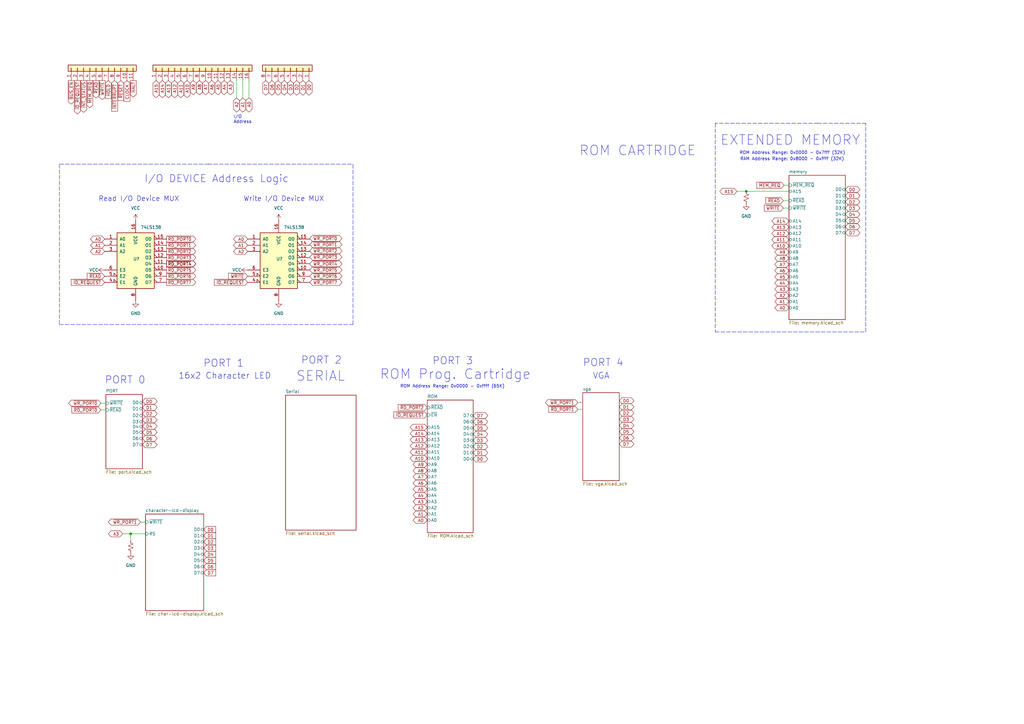
<source format=kicad_sch>
(kicad_sch (version 20211123) (generator eeschema)
  (paper "A3")
  (lib_symbols
    (symbol "74xx:74LS138" (pin_names (offset 1.016))
      (property "Reference" "U" (at -7.62 11.43 0))
      (property "Value" "74LS138" (at -7.62 -13.97 0))
      (symbol "74LS138_1_0"
        (pin input line (at -12.7 7.62 0) (length 5.08) (name "A0") (number "1"))
        (pin output output_low (at 12.7 -5.08 180) (length 5.08) (name "O5") (number "10"))
        (pin output output_low (at 12.7 -2.54 180) (length 5.08) (name "O4") (number "11"))
        (pin output output_low (at 12.7 0 180) (length 5.08) (name "O3") (number "12"))
        (pin output output_low (at 12.7 2.54 180) (length 5.08) (name "O2") (number "13"))
        (pin output output_low (at 12.7 5.08 180) (length 5.08) (name "O1") (number "14"))
        (pin output output_low (at 12.7 7.62 180) (length 5.08) (name "O0") (number "15"))
        (pin power_in line (at 0 15.24 270) (length 5.08) (name "VCC") (number "16"))
        (pin input line (at -12.7 5.08 0) (length 5.08) (name "A1") (number "2"))
        (pin input line (at -12.7 2.54 0) (length 5.08) (name "A2") (number "3"))
        (pin input input_low (at -12.7 -10.16 0) (length 5.08) (name "E1") (number "4"))
        (pin input input_low (at -12.7 -7.62 0) (length 5.08) (name "E2") (number "5"))
        (pin input line (at -12.7 -5.08 0) (length 5.08) (name "E3") (number "6"))
        (pin output output_low (at 12.7 -10.16 180) (length 5.08) (name "O7") (number "7"))
        (pin power_in line (at 0 -17.78 90) (length 5.08) (name "GND") (number "8"))
        (pin output output_low (at 12.7 -7.62 180) (length 5.08) (name "O6") (number "9"))
      )
      (symbol "74LS138_1_1"
        (rectangle (start -7.62 10.16) (end 7.62 -12.7) (stroke (width 0.254)) (fill (type background)))
      )
    )
    (symbol "Connector_Generic:Conn_01x08" (pin_names (offset 1.016) hide)
      (property "Reference" "J" (at 0 10.16 0))
      (property "Value" "Conn_01x08" (at 0 -12.7 0))
      (symbol "Conn_01x08_1_1"
        (rectangle (start -1.27 -10.033) (end 0 -10.287) (stroke (width 0.1524)))
        (rectangle (start -1.27 -7.493) (end 0 -7.747) (stroke (width 0.1524)))
        (rectangle (start -1.27 -4.953) (end 0 -5.207) (stroke (width 0.1524)))
        (rectangle (start -1.27 -2.413) (end 0 -2.667) (stroke (width 0.1524)))
        (rectangle (start -1.27 0.127) (end 0 -0.127) (stroke (width 0.1524)))
        (rectangle (start -1.27 2.667) (end 0 2.413) (stroke (width 0.1524)))
        (rectangle (start -1.27 5.207) (end 0 4.953) (stroke (width 0.1524)))
        (rectangle (start -1.27 7.747) (end 0 7.493) (stroke (width 0.1524)))
        (rectangle (start -1.27 8.89) (end 1.27 -11.43) (stroke (width 0.254)) (fill (type background)))
        (pin passive line (at -5.08 7.62 0) (length 3.81) (name "Pin_1") (number "1"))
        (pin passive line (at -5.08 5.08 0) (length 3.81) (name "Pin_2") (number "2"))
        (pin passive line (at -5.08 2.54 0) (length 3.81) (name "Pin_3") (number "3"))
        (pin passive line (at -5.08 0 0) (length 3.81) (name "Pin_4") (number "4"))
        (pin passive line (at -5.08 -2.54 0) (length 3.81) (name "Pin_5") (number "5"))
        (pin passive line (at -5.08 -5.08 0) (length 3.81) (name "Pin_6") (number "6"))
        (pin passive line (at -5.08 -7.62 0) (length 3.81) (name "Pin_7") (number "7"))
        (pin passive line (at -5.08 -10.16 0) (length 3.81) (name "Pin_8") (number "8"))
      )
    )
    (symbol "Connector_Generic:Conn_01x11" (pin_names (offset 1.016) hide)
      (property "Reference" "J" (at 0 15.24 0))
      (property "Value" "Conn_01x11" (at 0 -15.24 0))
      (symbol "Conn_01x11_1_1"
        (rectangle (start -1.27 -12.573) (end 0 -12.827) (stroke (width 0.1524)))
        (rectangle (start -1.27 -10.033) (end 0 -10.287) (stroke (width 0.1524)))
        (rectangle (start -1.27 -7.493) (end 0 -7.747) (stroke (width 0.1524)))
        (rectangle (start -1.27 -4.953) (end 0 -5.207) (stroke (width 0.1524)))
        (rectangle (start -1.27 -2.413) (end 0 -2.667) (stroke (width 0.1524)))
        (rectangle (start -1.27 0.127) (end 0 -0.127) (stroke (width 0.1524)))
        (rectangle (start -1.27 2.667) (end 0 2.413) (stroke (width 0.1524)))
        (rectangle (start -1.27 5.207) (end 0 4.953) (stroke (width 0.1524)))
        (rectangle (start -1.27 7.747) (end 0 7.493) (stroke (width 0.1524)))
        (rectangle (start -1.27 10.287) (end 0 10.033) (stroke (width 0.1524)))
        (rectangle (start -1.27 12.827) (end 0 12.573) (stroke (width 0.1524)))
        (rectangle (start -1.27 13.97) (end 1.27 -13.97) (stroke (width 0.254)) (fill (type background)))
        (pin passive line (at -5.08 12.7 0) (length 3.81) (name "Pin_1") (number "1"))
        (pin passive line (at -5.08 -10.16 0) (length 3.81) (name "Pin_10") (number "10"))
        (pin passive line (at -5.08 -12.7 0) (length 3.81) (name "Pin_11") (number "11"))
        (pin passive line (at -5.08 10.16 0) (length 3.81) (name "Pin_2") (number "2"))
        (pin passive line (at -5.08 7.62 0) (length 3.81) (name "Pin_3") (number "3"))
        (pin passive line (at -5.08 5.08 0) (length 3.81) (name "Pin_4") (number "4"))
        (pin passive line (at -5.08 2.54 0) (length 3.81) (name "Pin_5") (number "5"))
        (pin passive line (at -5.08 0 0) (length 3.81) (name "Pin_6") (number "6"))
        (pin passive line (at -5.08 -2.54 0) (length 3.81) (name "Pin_7") (number "7"))
        (pin passive line (at -5.08 -5.08 0) (length 3.81) (name "Pin_8") (number "8"))
        (pin passive line (at -5.08 -7.62 0) (length 3.81) (name "Pin_9") (number "9"))
      )
    )
    (symbol "Connector_Generic:Conn_01x16" (pin_names (offset 1.016) hide)
      (property "Reference" "J" (at 0 20.32 0))
      (property "Value" "Conn_01x16" (at 0 -22.86 0))
      (symbol "Conn_01x16_1_1"
        (rectangle (start -1.27 -20.193) (end 0 -20.447) (stroke (width 0.1524)))
        (rectangle (start -1.27 -17.653) (end 0 -17.907) (stroke (width 0.1524)))
        (rectangle (start -1.27 -15.113) (end 0 -15.367) (stroke (width 0.1524)))
        (rectangle (start -1.27 -12.573) (end 0 -12.827) (stroke (width 0.1524)))
        (rectangle (start -1.27 -10.033) (end 0 -10.287) (stroke (width 0.1524)))
        (rectangle (start -1.27 -7.493) (end 0 -7.747) (stroke (width 0.1524)))
        (rectangle (start -1.27 -4.953) (end 0 -5.207) (stroke (width 0.1524)))
        (rectangle (start -1.27 -2.413) (end 0 -2.667) (stroke (width 0.1524)))
        (rectangle (start -1.27 0.127) (end 0 -0.127) (stroke (width 0.1524)))
        (rectangle (start -1.27 2.667) (end 0 2.413) (stroke (width 0.1524)))
        (rectangle (start -1.27 5.207) (end 0 4.953) (stroke (width 0.1524)))
        (rectangle (start -1.27 7.747) (end 0 7.493) (stroke (width 0.1524)))
        (rectangle (start -1.27 10.287) (end 0 10.033) (stroke (width 0.1524)))
        (rectangle (start -1.27 12.827) (end 0 12.573) (stroke (width 0.1524)))
        (rectangle (start -1.27 15.367) (end 0 15.113) (stroke (width 0.1524)))
        (rectangle (start -1.27 17.907) (end 0 17.653) (stroke (width 0.1524)))
        (rectangle (start -1.27 19.05) (end 1.27 -21.59) (stroke (width 0.254)) (fill (type background)))
        (pin passive line (at -5.08 17.78 0) (length 3.81) (name "Pin_1") (number "1"))
        (pin passive line (at -5.08 -5.08 0) (length 3.81) (name "Pin_10") (number "10"))
        (pin passive line (at -5.08 -7.62 0) (length 3.81) (name "Pin_11") (number "11"))
        (pin passive line (at -5.08 -10.16 0) (length 3.81) (name "Pin_12") (number "12"))
        (pin passive line (at -5.08 -12.7 0) (length 3.81) (name "Pin_13") (number "13"))
        (pin passive line (at -5.08 -15.24 0) (length 3.81) (name "Pin_14") (number "14"))
        (pin passive line (at -5.08 -17.78 0) (length 3.81) (name "Pin_15") (number "15"))
        (pin passive line (at -5.08 -20.32 0) (length 3.81) (name "Pin_16") (number "16"))
        (pin passive line (at -5.08 15.24 0) (length 3.81) (name "Pin_2") (number "2"))
        (pin passive line (at -5.08 12.7 0) (length 3.81) (name "Pin_3") (number "3"))
        (pin passive line (at -5.08 10.16 0) (length 3.81) (name "Pin_4") (number "4"))
        (pin passive line (at -5.08 7.62 0) (length 3.81) (name "Pin_5") (number "5"))
        (pin passive line (at -5.08 5.08 0) (length 3.81) (name "Pin_6") (number "6"))
        (pin passive line (at -5.08 2.54 0) (length 3.81) (name "Pin_7") (number "7"))
        (pin passive line (at -5.08 0 0) (length 3.81) (name "Pin_8") (number "8"))
        (pin passive line (at -5.08 -2.54 0) (length 3.81) (name "Pin_9") (number "9"))
      )
    )
    (symbol "Device:R_Small_US" (pin_numbers hide) (pin_names (offset 0.254) hide)
      (property "Reference" "R" (at 0.762 0.508 0))
      (property "Value" "R_Small_US" (at 0.762 -1.016 0))
      (symbol "R_Small_US_1_1"
        (polyline (pts (xy 0 0) (xy 1.016 -0.381) (xy 0 -0.762) (xy -1.016 -1.143) (xy 0 -1.524)))
        (polyline (pts (xy 0 1.524) (xy 1.016 1.143) (xy 0 0.762) (xy -1.016 0.381) (xy 0 0)))
        (pin passive line (at 0 2.54 270) (length 1.016) (name "~") (number "1"))
        (pin passive line (at 0 -2.54 90) (length 1.016) (name "~") (number "2"))
      )
    )
    (symbol "power:GND" (power) (pin_names (offset 0))
      (property "Value" "GND" (at 0 -3.81 0))
      (symbol "GND_0_1"
        (polyline (pts (xy 0 0) (xy 0 -1.27) (xy 1.27 -1.27) (xy 0 -2.54) (xy -1.27 -1.27) (xy 0 -1.27)))
      )
      (symbol "GND_1_1"
        (pin power_in line (at 0 0 270) (length 0) hide (name "GND") (number "1"))
      )
    )
    (symbol "power:VCC" (power) (pin_names (offset 0))
      (property "Value" "VCC" (at 0 3.81 0))
      (symbol "VCC_0_1"
        (polyline (pts (xy -0.762 1.27) (xy 0 2.54)))
        (polyline (pts (xy 0 0) (xy 0 2.54)))
        (polyline (pts (xy 0 2.54) (xy 0.762 1.27)))
      )
      (symbol "VCC_1_1"
        (pin power_in line (at 0 0 90) (length 0) hide (name "VCC") (number "1"))
      )
    )
  )
  (junction (at 306.07 78.486))
  (junction (at 53.594 218.948))
  (wire (pts (xy 236.982 167.894) (xy 239.014 167.894)))
  (wire (pts (xy 41.402 168.148) (xy 43.434 168.148)))
  (polyline (pts (xy 293.37 136.144) (xy 355.092 136.144)))
  (polyline (pts (xy 293.37 50.546) (xy 293.37 136.144)))
  (wire (pts (xy 306.07 78.486) (xy 323.596 78.486)))
  (polyline (pts (xy 335.534 50.546) (xy 293.37 50.546)))
  (wire (pts (xy 50.292 218.948) (xy 53.594 218.948)))
  (polyline (pts (xy 24.384 133.096) (xy 144.78 133.096)))
  (polyline (pts (xy 85.344 67.31) (xy 144.78 67.31)))
  (wire (pts (xy 53.594 218.948) (xy 53.594 221.742)))
  (wire (pts (xy 53.594 218.948) (xy 59.69 218.948)))
  (wire (pts (xy 57.658 214.122) (xy 59.69 214.122)))
  (wire (pts (xy 99.568 40.132) (xy 99.568 33.02)))
  (wire (pts (xy 102.108 40.132) (xy 102.108 33.02)))
  (wire (pts (xy 321.31 82.296) (xy 323.596 82.296)))
  (polyline (pts (xy 335.28 50.546) (xy 355.092 50.546)))
  (polyline (pts (xy 144.78 133.096) (xy 144.78 67.31)))
  (wire (pts (xy 321.31 85.344) (xy 323.596 85.344)))
  (polyline (pts (xy 85.598 67.31) (xy 24.384 67.31)))
  (wire (pts (xy 302.26 78.486) (xy 306.07 78.486)))
  (wire (pts (xy 236.982 165.1) (xy 239.014 165.1)))
  (polyline (pts (xy 355.092 136.144) (xy 355.092 50.546)))
  (polyline (pts (xy 24.384 67.31) (xy 24.384 133.096)))
  (wire (pts (xy 321.564 75.946) (xy 323.596 75.946)))
  (wire (pts (xy 97.028 40.132) (xy 97.028 33.02)))
  (wire (pts (xy 41.402 165.354) (xy 43.434 165.354)))
  (text "PORT 4" (at 239.014 150.622 0) (effects (font (size 3 3)) (justify left bottom)))
  (text "RAM Address Range: 0x8000 - 0xffff (32K)" (at 303.53 66.04 0) (effects (font (size 1.27 1.27)) (justify left bottom)))
  (text "ROM Address Range: 0x0000 - 0xffff (65K)" (at 164.084 159.258 0) (effects (font (size 1.27 1.27)) (justify left bottom)))
  (text "PORT 3" (at 177.292 149.86 0) (effects (font (size 3 3)) (justify left bottom)))
  (text "ROM Prog. Cartridge" (at 155.702 155.956 0) (effects (font (size 4 4)) (justify left bottom)))
  (text "EXTENDED MEMORY" (at 295.402 59.944 0) (effects (font (size 4 4)) (justify left bottom)))
  (text "PORT 2" (at 123.444 149.606 0) (effects (font (size 3 3)) (justify left bottom)))
  (text "ROM Address Range: 0x0000 - 0x7fff (32K)" (at 303.276 63.5 0) (effects (font (size 1.27 1.27)) (justify left bottom)))
  (text "Write I/O Device MUX" (at 99.822 82.804 0) (effects (font (size 2 2)) (justify left bottom)))
  (text "PORT 1" (at 83.312 150.876 0) (effects (font (size 3 3)) (justify left bottom)))
  (text "PORT 0" (at 42.926 157.734 0) (effects (font (size 3 3)) (justify left bottom)))
  (text "ROM CARTRIDGE" (at 237.49 64.262 0) (effects (font (size 4 4)) (justify left bottom)))
  (text "I/O DEVICE Address Logic" (at 59.182 75.184 0) (effects (font (size 3 3)) (justify left bottom)))
  (text "16x2 Character LED" (at 73.152 155.702 0) (effects (font (size 2.5 2.5)) (justify left bottom)))
  (text "VGA" (at 243.078 155.702 0) (effects (font (size 2.5 2.5)) (justify left bottom)))
  (text "I/O\nAddress" (at 95.758 50.8 0) (effects (font (size 1.27 1.27)) (justify left bottom)))
  (text "Read I/O Device MUX" (at 40.386 82.804 0) (effects (font (size 2 2)) (justify left bottom)))
  (text "SERIAL" (at 121.412 156.718 0) (effects (font (size 4 4)) (justify left bottom)))
  (global_label "D5" (shape tri_state) (at 254 177.038 0) (property "Intersheet References" "${INTERSHEET_REFS}" (effects hide)))
  (global_label "A4" (shape tri_state) (at 91.948 33.02 270) (property "Intersheet References" "${INTERSHEET_REFS}" (effects hide)))
  (global_label "A11" (shape tri_state) (at 323.596 98.298 180) (property "Intersheet References" "${INTERSHEET_REFS}" (effects hide)))
  (global_label "~{RD_PORT2}" (shape input) (at 175.26 167.132 180) (property "Intersheet References" "${INTERSHEET_REFS}" (effects hide)))
  (global_label "~{RD_PORT0}" (shape input) (at 41.402 168.148 180) (property "Intersheet References" "${INTERSHEET_REFS}" (effects hide)))
  (global_label "~{BUS_EN}" (shape output) (at 29.21 33.02 270) (property "Intersheet References" "${INTERSHEET_REFS}" (effects hide)))
  (global_label "D6" (shape tri_state) (at 58.42 179.832 0) (property "Intersheet References" "${INTERSHEET_REFS}" (effects hide)))
  (global_label "A15" (shape tri_state) (at 302.26 78.486 180) (property "Intersheet References" "${INTERSHEET_REFS}" (effects hide)))
  (global_label "A2" (shape tri_state) (at 323.596 121.158 180) (property "Intersheet References" "${INTERSHEET_REFS}" (effects hide)))
  (global_label "D0" (shape tri_state) (at 58.42 164.592 0) (property "Intersheet References" "${INTERSHEET_REFS}" (effects hide)))
  (global_label "~{RD_PORT4}" (shape output) (at 68.326 108.204 0) (property "Intersheet References" "${INTERSHEET_REFS}" (effects hide)))
  (global_label "~{HOLD}" (shape input) (at 44.45 33.02 270) (property "Intersheet References" "${INTERSHEET_REFS}" (effects hide)))
  (global_label "A1" (shape tri_state) (at 101.6 100.584 180) (property "Intersheet References" "${INTERSHEET_REFS}" (effects hide)))
  (global_label "A3" (shape tri_state) (at 175.26 205.74 180) (property "Intersheet References" "${INTERSHEET_REFS}" (effects hide)))
  (global_label "D1" (shape tri_state) (at 254 166.878 0) (property "Intersheet References" "${INTERSHEET_REFS}" (effects hide)))
  (global_label "D5" (shape input) (at 83.566 229.87 0) (property "Intersheet References" "${INTERSHEET_REFS}" (effects hide)))
  (global_label "~{IO_REQUEST}" (shape input) (at 175.26 170.18 180) (property "Intersheet References" "${INTERSHEET_REFS}" (effects hide)))
  (global_label "D5" (shape tri_state) (at 114.046 33.02 270) (property "Intersheet References" "${INTERSHEET_REFS}" (effects hide)))
  (global_label "A0" (shape tri_state) (at 102.108 40.132 270) (property "Intersheet References" "${INTERSHEET_REFS}" (effects hide)))
  (global_label "D1" (shape input) (at 83.566 219.71 0) (property "Intersheet References" "${INTERSHEET_REFS}" (effects hide)))
  (global_label "D1" (shape tri_state) (at 58.42 167.132 0) (property "Intersheet References" "${INTERSHEET_REFS}" (effects hide)))
  (global_label "~{RD_PORT0}" (shape output) (at 68.326 98.044 0) (property "Intersheet References" "${INTERSHEET_REFS}" (effects hide)))
  (global_label "D3" (shape tri_state) (at 254 171.958 0) (property "Intersheet References" "${INTERSHEET_REFS}" (effects hide)))
  (global_label "D3" (shape tri_state) (at 119.126 33.02 270) (property "Intersheet References" "${INTERSHEET_REFS}" (effects hide)))
  (global_label "A6" (shape tri_state) (at 175.26 198.12 180) (property "Intersheet References" "${INTERSHEET_REFS}" (effects hide)))
  (global_label "A2" (shape tri_state) (at 97.028 40.132 270) (property "Intersheet References" "${INTERSHEET_REFS}" (effects hide)))
  (global_label "~{WR_PORT5}" (shape tri_state) (at 127 110.744 0) (property "Intersheet References" "${INTERSHEET_REFS}" (effects hide)))
  (global_label "A14" (shape tri_state) (at 66.548 33.02 270) (property "Intersheet References" "${INTERSHEET_REFS}" (effects hide)))
  (global_label "D2" (shape input) (at 83.566 222.25 0) (property "Intersheet References" "${INTERSHEET_REFS}" (effects hide)))
  (global_label "A7" (shape tri_state) (at 84.328 33.02 270) (property "Intersheet References" "${INTERSHEET_REFS}" (effects hide)))
  (global_label "D4" (shape input) (at 83.566 227.33 0) (property "Intersheet References" "${INTERSHEET_REFS}" (effects hide)))
  (global_label "A10" (shape tri_state) (at 76.708 33.02 270) (property "Intersheet References" "${INTERSHEET_REFS}" (effects hide)))
  (global_label "A10" (shape tri_state) (at 323.596 100.838 180) (property "Intersheet References" "${INTERSHEET_REFS}" (effects hide)))
  (global_label "D4" (shape tri_state) (at 346.71 87.884 0) (property "Intersheet References" "${INTERSHEET_REFS}" (effects hide)))
  (global_label "~{RD_PORT1}" (shape output) (at 68.326 100.584 0) (property "Intersheet References" "${INTERSHEET_REFS}" (effects hide)))
  (global_label "A5" (shape tri_state) (at 175.26 200.66 180) (property "Intersheet References" "${INTERSHEET_REFS}" (effects hide)))
  (global_label "D5" (shape tri_state) (at 346.71 90.424 0) (property "Intersheet References" "${INTERSHEET_REFS}" (effects hide)))
  (global_label "A13" (shape tri_state) (at 175.26 180.34 180) (property "Intersheet References" "${INTERSHEET_REFS}" (effects hide)))
  (global_label "~{WR_PORT2}" (shape tri_state) (at 127 102.87 0) (property "Intersheet References" "${INTERSHEET_REFS}" (effects hide)))
  (global_label "D0" (shape tri_state) (at 346.71 77.724 0) (property "Intersheet References" "${INTERSHEET_REFS}" (effects hide)))
  (global_label "A9" (shape tri_state) (at 323.596 103.378 180) (property "Intersheet References" "${INTERSHEET_REFS}" (effects hide)))
  (global_label "D4" (shape tri_state) (at 58.42 174.752 0) (property "Intersheet References" "${INTERSHEET_REFS}" (effects hide)))
  (global_label "~{WR_PORT4}" (shape tri_state) (at 127 108.204 0) (property "Intersheet References" "${INTERSHEET_REFS}" (effects hide)))
  (global_label "~{RESET}" (shape input) (at 49.53 33.02 270) (property "Intersheet References" "${INTERSHEET_REFS}" (effects hide)))
  (global_label "~{HALT}" (shape output) (at 54.61 33.02 270) (property "Intersheet References" "${INTERSHEET_REFS}" (effects hide)))
  (global_label "~{MEM_REQ}" (shape input) (at 321.564 75.946 180) (property "Intersheet References" "${INTERSHEET_REFS}" (effects hide)))
  (global_label "D0" (shape tri_state) (at 126.746 33.02 270) (property "Intersheet References" "${INTERSHEET_REFS}" (effects hide)))
  (global_label "D1" (shape tri_state) (at 194.056 185.674 0) (property "Intersheet References" "${INTERSHEET_REFS}" (effects hide)))
  (global_label "~{WRITE}" (shape input) (at 101.6 113.284 180) (property "Intersheet References" "${INTERSHEET_REFS}" (effects hide)))
  (global_label "D7" (shape tri_state) (at 58.42 182.372 0) (property "Intersheet References" "${INTERSHEET_REFS}" (effects hide)))
  (global_label "A11" (shape tri_state) (at 74.168 33.02 270) (property "Intersheet References" "${INTERSHEET_REFS}" (effects hide)))
  (global_label "D3" (shape tri_state) (at 346.71 85.344 0) (property "Intersheet References" "${INTERSHEET_REFS}" (effects hide)))
  (global_label "~{READ}" (shape output) (at 39.37 33.02 270) (property "Intersheet References" "${INTERSHEET_REFS}" (effects hide)))
  (global_label "D1" (shape tri_state) (at 346.71 80.264 0) (property "Intersheet References" "${INTERSHEET_REFS}" (effects hide)))
  (global_label "D2" (shape tri_state) (at 346.71 82.804 0) (property "Intersheet References" "${INTERSHEET_REFS}" (effects hide)))
  (global_label "A1" (shape tri_state) (at 175.26 210.82 180) (property "Intersheet References" "${INTERSHEET_REFS}" (effects hide)))
  (global_label "A11" (shape tri_state) (at 175.26 185.42 180) (property "Intersheet References" "${INTERSHEET_REFS}" (effects hide)))
  (global_label "A2" (shape tri_state) (at 175.26 208.28 180) (property "Intersheet References" "${INTERSHEET_REFS}" (effects hide)))
  (global_label "A9" (shape tri_state) (at 175.26 190.5 180) (property "Intersheet References" "${INTERSHEET_REFS}" (effects hide)))
  (global_label "D6" (shape tri_state) (at 111.506 33.02 270) (property "Intersheet References" "${INTERSHEET_REFS}" (effects hide)))
  (global_label "A12" (shape tri_state) (at 323.596 95.758 180) (property "Intersheet References" "${INTERSHEET_REFS}" (effects hide)))
  (global_label "A12" (shape tri_state) (at 175.26 182.88 180) (property "Intersheet References" "${INTERSHEET_REFS}" (effects hide)))
  (global_label "A10" (shape tri_state) (at 175.26 187.96 180) (property "Intersheet References" "${INTERSHEET_REFS}" (effects hide)))
  (global_label "A3" (shape tri_state) (at 50.292 218.948 180) (property "Intersheet References" "${INTERSHEET_REFS}" (effects hide)))
  (global_label "A2" (shape tri_state) (at 42.926 103.124 180) (property "Intersheet References" "${INTERSHEET_REFS}" (effects hide)))
  (global_label "A0" (shape tri_state) (at 175.26 213.36 180) (property "Intersheet References" "${INTERSHEET_REFS}" (effects hide)))
  (global_label "A2" (shape tri_state) (at 101.6 103.124 180) (property "Intersheet References" "${INTERSHEET_REFS}" (effects hide)))
  (global_label "D2" (shape tri_state) (at 194.056 183.134 0) (property "Intersheet References" "${INTERSHEET_REFS}" (effects hide)))
  (global_label "D6" (shape input) (at 83.566 232.41 0) (property "Intersheet References" "${INTERSHEET_REFS}" (effects hide)))
  (global_label "A8" (shape tri_state) (at 175.26 193.04 180) (property "Intersheet References" "${INTERSHEET_REFS}" (effects hide)))
  (global_label "A6" (shape tri_state) (at 323.596 110.998 180) (property "Intersheet References" "${INTERSHEET_REFS}" (effects hide)))
  (global_label "~{RD_PORT6}" (shape output) (at 68.326 113.284 0) (property "Intersheet References" "${INTERSHEET_REFS}" (effects hide)))
  (global_label "A4" (shape tri_state) (at 175.26 203.2 180) (property "Intersheet References" "${INTERSHEET_REFS}" (effects hide)))
  (global_label "D3" (shape tri_state) (at 58.42 172.212 0) (property "Intersheet References" "${INTERSHEET_REFS}" (effects hide)))
  (global_label "~{WR_PORT6}" (shape tri_state) (at 127 113.284 0) (property "Intersheet References" "${INTERSHEET_REFS}" (effects hide)))
  (global_label "A0" (shape tri_state) (at 42.926 98.044 180) (property "Intersheet References" "${INTERSHEET_REFS}" (effects hide)))
  (global_label "A14" (shape tri_state) (at 323.596 90.678 180) (property "Intersheet References" "${INTERSHEET_REFS}" (effects hide)))
  (global_label "~{WR_PORT1}" (shape tri_state) (at 127 100.33 0) (property "Intersheet References" "${INTERSHEET_REFS}" (effects hide)))
  (global_label "~{RD_PORT5}" (shape output) (at 68.326 110.744 0) (property "Intersheet References" "${INTERSHEET_REFS}" (effects hide)))
  (global_label "A6" (shape tri_state) (at 86.868 33.02 270) (property "Intersheet References" "${INTERSHEET_REFS}" (effects hide)))
  (global_label "~{WRITE}" (shape output) (at 41.91 33.02 270) (property "Intersheet References" "${INTERSHEET_REFS}" (effects hide)))
  (global_label "~{RD_PORT1}" (shape input) (at 236.982 167.894 180) (property "Intersheet References" "${INTERSHEET_REFS}" (effects hide)))
  (global_label "D7" (shape tri_state) (at 346.71 95.504 0) (property "Intersheet References" "${INTERSHEET_REFS}" (effects hide)))
  (global_label "~{READ}" (shape input) (at 321.31 82.296 180) (property "Intersheet References" "${INTERSHEET_REFS}" (effects hide)))
  (global_label "D6" (shape tri_state) (at 346.71 92.964 0) (property "Intersheet References" "${INTERSHEET_REFS}" (effects hide)))
  (global_label "~{INT_STATUS}" (shape output) (at 34.29 33.02 270) (property "Intersheet References" "${INTERSHEET_REFS}" (effects hide)))
  (global_label "A1" (shape tri_state) (at 99.568 40.132 270) (property "Intersheet References" "${INTERSHEET_REFS}" (effects hide)))
  (global_label "D1" (shape tri_state) (at 124.206 33.02 270) (property "Intersheet References" "${INTERSHEET_REFS}" (effects hide)))
  (global_label "A8" (shape tri_state) (at 323.596 105.918 180) (property "Intersheet References" "${INTERSHEET_REFS}" (effects hide)))
  (global_label "CLOCK" (shape input) (at 52.07 33.02 270) (property "Intersheet References" "${INTERSHEET_REFS}" (effects hide)))
  (global_label "D3" (shape tri_state) (at 194.056 180.594 0) (property "Intersheet References" "${INTERSHEET_REFS}" (effects hide)))
  (global_label "~{IO_REQUEST}" (shape output) (at 31.75 33.02 270) (property "Intersheet References" "${INTERSHEET_REFS}" (effects hide)))
  (global_label "D2" (shape tri_state) (at 58.42 169.672 0) (property "Intersheet References" "${INTERSHEET_REFS}" (effects hide)))
  (global_label "A4" (shape tri_state) (at 323.596 116.078 180) (property "Intersheet References" "${INTERSHEET_REFS}" (effects hide)))
  (global_label "A7" (shape tri_state) (at 175.26 195.58 180) (property "Intersheet References" "${INTERSHEET_REFS}" (effects hide)))
  (global_label "D7" (shape tri_state) (at 108.966 33.02 270) (property "Intersheet References" "${INTERSHEET_REFS}" (effects hide)))
  (global_label "~{READ}" (shape input) (at 42.926 113.284 180) (property "Intersheet References" "${INTERSHEET_REFS}" (effects hide)))
  (global_label "A0" (shape tri_state) (at 323.596 126.238 180) (property "Intersheet References" "${INTERSHEET_REFS}" (effects hide)))
  (global_label "~{RD_PORT4}" (shape output) (at 68.326 108.204 0) (property "Intersheet References" "${INTERSHEET_REFS}" (effects hide)))
  (global_label "~{RD_PORT3}" (shape output) (at 68.326 105.664 0) (property "Intersheet References" "${INTERSHEET_REFS}" (effects hide)))
  (global_label "D7" (shape tri_state) (at 194.056 170.434 0) (property "Intersheet References" "${INTERSHEET_REFS}" (effects hide)))
  (global_label "D4" (shape tri_state) (at 116.586 33.02 270) (property "Intersheet References" "${INTERSHEET_REFS}" (effects hide)))
  (global_label "D6" (shape tri_state) (at 254 179.578 0) (property "Intersheet References" "${INTERSHEET_REFS}" (effects hide)))
  (global_label "D0" (shape input) (at 83.566 217.17 0) (property "Intersheet References" "${INTERSHEET_REFS}" (effects hide)))
  (global_label "A12" (shape tri_state) (at 71.628 33.02 270) (property "Intersheet References" "${INTERSHEET_REFS}" (effects hide)))
  (global_label "~{WR_PORT3}" (shape tri_state) (at 127 105.41 0) (property "Intersheet References" "${INTERSHEET_REFS}" (effects hide)))
  (global_label "~{IO_REQUEST}" (shape input) (at 42.926 115.824 180) (property "Intersheet References" "${INTERSHEET_REFS}" (effects hide)))
  (global_label "~{MEM_REQ}" (shape output) (at 36.83 33.02 270) (property "Intersheet References" "${INTERSHEET_REFS}" (effects hide)))
  (global_label "A8" (shape tri_state) (at 81.788 33.02 270) (property "Intersheet References" "${INTERSHEET_REFS}" (effects hide)))
  (global_label "~{INTERRUPT}" (shape input) (at 46.99 33.02 270) (property "Intersheet References" "${INTERSHEET_REFS}" (effects hide)))
  (global_label "A1" (shape tri_state) (at 42.926 100.584 180) (property "Intersheet References" "${INTERSHEET_REFS}" (effects hide)))
  (global_label "A3" (shape tri_state) (at 323.596 118.618 180) (property "Intersheet References" "${INTERSHEET_REFS}" (effects hide)))
  (global_label "D7" (shape tri_state) (at 254 182.118 0) (property "Intersheet References" "${INTERSHEET_REFS}" (effects hide)))
  (global_label "A3" (shape tri_state) (at 94.488 33.02 270) (property "Intersheet References" "${INTERSHEET_REFS}" (effects hide)))
  (global_label "~{WR_PORT0}" (shape tri_state) (at 41.402 165.354 180) (property "Intersheet References" "${INTERSHEET_REFS}" (effects hide)))
  (global_label "A7" (shape tri_state) (at 323.596 108.458 180) (property "Intersheet References" "${INTERSHEET_REFS}" (effects hide)))
  (global_label "D0" (shape tri_state) (at 194.056 188.214 0) (property "Intersheet References" "${INTERSHEET_REFS}" (effects hide)))
  (global_label "D0" (shape tri_state) (at 254 164.338 0) (property "Intersheet References" "${INTERSHEET_REFS}" (effects hide)))
  (global_label "A15" (shape tri_state) (at 64.008 33.02 270) (property "Intersheet References" "${INTERSHEET_REFS}" (effects hide)))
  (global_label "~{WRITE}" (shape input) (at 321.31 85.344 180) (property "Intersheet References" "${INTERSHEET_REFS}" (effects hide)))
  (global_label "A13" (shape tri_state) (at 69.088 33.02 270) (property "Intersheet References" "${INTERSHEET_REFS}" (effects hide)))
  (global_label "~{IO_REQUEST}" (shape input) (at 101.6 115.824 180) (property "Intersheet References" "${INTERSHEET_REFS}" (effects hide)))
  (global_label "~{WR_PORT0}" (shape tri_state) (at 127 97.79 0) (property "Intersheet References" "${INTERSHEET_REFS}" (effects hide)))
  (global_label "A13" (shape tri_state) (at 323.596 93.218 180) (property "Intersheet References" "${INTERSHEET_REFS}" (effects hide)))
  (global_label "~{WR_PORT1}" (shape tri_state) (at 57.658 214.122 180) (property "Intersheet References" "${INTERSHEET_REFS}" (effects hide)))
  (global_label "~{WR_PORT7}" (shape tri_state) (at 127 115.824 0) (property "Intersheet References" "${INTERSHEET_REFS}" (effects hide)))
  (global_label "D3" (shape input) (at 83.566 224.79 0) (property "Intersheet References" "${INTERSHEET_REFS}" (effects hide)))
  (global_label "A9" (shape tri_state) (at 79.248 33.02 270) (property "Intersheet References" "${INTERSHEET_REFS}" (effects hide)))
  (global_label "A1" (shape tri_state) (at 323.596 123.698 180) (property "Intersheet References" "${INTERSHEET_REFS}" (effects hide)))
  (global_label "~{WR_PORT1}" (shape tri_state) (at 236.982 165.1 180) (property "Intersheet References" "${INTERSHEET_REFS}" (effects hide)))
  (global_label "~{RD_PORT2}" (shape output) (at 68.326 103.124 0) (property "Intersheet References" "${INTERSHEET_REFS}" (effects hide)))
  (global_label "A5" (shape tri_state) (at 89.408 33.02 270) (property "Intersheet References" "${INTERSHEET_REFS}" (effects hide)))
  (global_label "D7" (shape input) (at 83.566 234.95 0) (property "Intersheet References" "${INTERSHEET_REFS}" (effects hide)))
  (global_label "D6" (shape tri_state) (at 194.056 172.974 0) (property "Intersheet References" "${INTERSHEET_REFS}" (effects hide)))
  (global_label "D4" (shape tri_state) (at 194.056 178.054 0) (property "Intersheet References" "${INTERSHEET_REFS}" (effects hide)))
  (global_label "A0" (shape tri_state) (at 101.6 98.044 180) (property "Intersheet References" "${INTERSHEET_REFS}" (effects hide)))
  (global_label "D5" (shape tri_state) (at 194.056 175.514 0) (property "Intersheet References" "${INTERSHEET_REFS}" (effects hide)))
  (global_label "A5" (shape tri_state) (at 323.596 113.538 180) (property "Intersheet References" "${INTERSHEET_REFS}" (effects hide)))
  (global_label "D4" (shape tri_state) (at 254 174.498 0) (property "Intersheet References" "${INTERSHEET_REFS}" (effects hide)))
  (global_label "D2" (shape tri_state) (at 121.666 33.02 270) (property "Intersheet References" "${INTERSHEET_REFS}" (effects hide)))
  (global_label "A15" (shape tri_state) (at 175.26 175.26 180) (property "Intersheet References" "${INTERSHEET_REFS}" (effects hide)))
  (global_label "~{RD_PORT7}" (shape output) (at 68.326 115.824 0) (property "Intersheet References" "${INTERSHEET_REFS}" (effects hide)))
  (global_label "D5" (shape tri_state) (at 58.42 177.292 0) (property "Intersheet References" "${INTERSHEET_REFS}" (effects hide)))
  (global_label "D2" (shape tri_state) (at 254 169.418 0) (property "Intersheet References" "${INTERSHEET_REFS}" (effects hide)))
  (global_label "A14" (shape tri_state) (at 175.26 177.8 180) (property "Intersheet References" "${INTERSHEET_REFS}" (effects hide)))
  (symbol (lib_id "Device:R_Small_US") (at 53.594 224.282 0) (unit 1)
    (property "Reference" "R?" (effects hide))
    (property "Value" "R_Small_US" (effects hide))
  )
  (symbol (lib_id "74xx:74LS138") (at 114.3 105.664 0) (unit 1)
    (property "Reference" "U?" (at 113.284 106.172 0) (effects (justify left)))
    (property "Value" "74LS138" (at 116.3194 93.218 0) (effects (justify left)))
    (property "Datasheet" "http://www.ti.com/lit/gpn/sn74LS138" (effects hide))
  )
  (symbol (lib_id "Device:R_Small_US") (at 306.07 81.026 0) (unit 1)
    (property "Reference" "R?" (effects hide))
    (property "Value" "R_Small_US" (effects hide))
  )
  (symbol (lib_id "power:GND") (at 53.594 226.822 0) (unit 1)
    (property "Reference" "#PWR?" (effects hide))
    (property "Value" "GND" (at 53.594 231.902 0))
  )
  (symbol (lib_id "power:VCC") (at 101.6 110.744 90) (unit 1)
    (property "Reference" "#PWR?" (effects hide))
    (property "Value" "VCC" (at 95.25 110.744 90) (effects (justify right)))
  )
  (symbol (lib_id "power:VCC") (at 114.3 90.424 0) (unit 1)
    (property "Reference" "#PWR?" (effects hide))
    (property "Value" "VCC" (at 114.3 85.344 0))
  )
  (symbol (lib_id "Connector_Generic:Conn_01x08") (at 119.126 27.94 270) (mirror x) (unit 1)
    (property "Reference" "J?" (effects hide))
    (property "Value" "Conn_01x08" (effects hide))
  )
  (symbol (lib_id "power:GND") (at 55.626 123.444 0) (unit 1)
    (property "Reference" "#PWR?" (effects hide))
    (property "Value" "GND" (at 55.626 128.524 0))
  )
  (symbol (lib_id "power:VCC") (at 55.626 90.424 0) (unit 1)
    (property "Reference" "#PWR?" (effects hide))
    (property "Value" "VCC" (at 55.626 85.344 0))
  )
  (symbol (lib_id "74xx:74LS138") (at 55.626 105.664 0) (unit 1)
    (property "Reference" "U?" (at 54.61 106.172 0) (effects (justify left)))
    (property "Value" "74LS138" (at 57.6454 93.218 0) (effects (justify left)))
    (property "Datasheet" "http://www.ti.com/lit/gpn/sn74LS138" (effects hide))
  )
  (symbol (lib_id "power:VCC") (at 42.926 110.744 90) (unit 1)
    (property "Reference" "#PWR?" (effects hide))
    (property "Value" "VCC" (at 36.576 110.744 90) (effects (justify right)))
  )
  (symbol (lib_id "Connector_Generic:Conn_01x11") (at 41.91 27.94 90) (unit 1)
    (property "Reference" "J?" (effects hide))
    (property "Value" "Conn_01x11" (effects hide))
  )
  (symbol (lib_id "power:GND") (at 114.3 123.444 0) (unit 1)
    (property "Reference" "#PWR?" (effects hide))
    (property "Value" "GND" (at 114.3 128.524 0))
  )
  (symbol (lib_id "Connector_Generic:Conn_01x16") (at 81.788 27.94 90) (unit 1)
    (property "Reference" "J?" (effects hide))
    (property "Value" "Conn_01x16" (effects hide))
  )
  (symbol (lib_id "power:GND") (at 306.07 83.566 0) (unit 1)
    (property "Reference" "#PWR?" (effects hide))
    (property "Value" "GND" (at 306.07 88.646 0))
  )
  (sheet (at 59.69 210.82) (size 23.876 39.624) (stroke (width 0.1524))
    (property "Sheet name" "character-lcd-display" (at 59.69 210.1084 0) (effects (justify left bottom)))
    (property "Sheet file" "char-lcd-display.kicad_sch" (at 59.69 251.0286 0) (effects (justify left top)))
    (pin "D3" tri_state (at 83.566 224.79 0))
    (pin "D0" tri_state (at 83.566 217.17 0))
    (pin "D2" tri_state (at 83.566 222.25 0))
    (pin "D1" tri_state (at 83.566 219.71 0))
    (pin "D6" tri_state (at 83.566 232.41 0))
    (pin "D5" tri_state (at 83.566 229.87 0))
    (pin "D4" tri_state (at 83.566 227.33 0))
    (pin "~{WRITE}" input (at 59.69 214.122 180))
    (pin "D7" tri_state (at 83.566 234.95 0))
    (pin "RS" input (at 59.69 218.948 180))
  )
  (sheet (at 323.596 71.882) (size 23.114 59.182) (stroke (width 0.1524))
    (property "Sheet name" "memory" (at 323.596 71.1704 0) (effects (justify left bottom)))
    (property "Sheet file" "memory.kicad_sch" (at 323.596 131.6486 0) (effects (justify left top)))
    (pin "~{MEM_REQ}" input (at 323.596 75.946 180))
    (pin "A15" tri_state (at 323.596 78.486 180))
    (pin "A0" tri_state (at 323.596 126.238 180))
    (pin "A1" tri_state (at 323.596 123.698 180))
    (pin "A2" tri_state (at 323.596 121.158 180))
    (pin "A3" tri_state (at 323.596 118.618 180))
    (pin "A4" tri_state (at 323.596 116.078 180))
    (pin "A5" tri_state (at 323.596 113.538 180))
    (pin "D1" tri_state (at 346.71 80.264 0))
    (pin "D2" tri_state (at 346.71 82.804 0))
    (pin "D3" tri_state (at 346.71 85.344 0))
    (pin "D0" tri_state (at 346.71 77.724 0))
    (pin "A7" tri_state (at 323.596 108.458 180))
    (pin "A6" tri_state (at 323.596 110.998 180))
    (pin "A8" tri_state (at 323.596 105.918 180))
    (pin "~{READ}" input (at 323.596 82.296 180))
    (pin "A10" tri_state (at 323.596 100.838 180))
    (pin "A11" tri_state (at 323.596 98.298 180))
    (pin "A13" tri_state (at 323.596 93.218 180))
    (pin "A9" tri_state (at 323.596 103.378 180))
    (pin "A12" tri_state (at 323.596 95.758 180))
    (pin "A14" tri_state (at 323.596 90.678 180))
    (pin "D4" tri_state (at 346.71 87.884 0))
    (pin "D6" tri_state (at 346.71 92.964 0))
    (pin "D7" tri_state (at 346.71 95.504 0))
    (pin "D5" tri_state (at 346.71 90.424 0))
    (pin "~{WRITE}" input (at 323.596 85.344 180))
  )
  (sheet (at 175.26 164.084) (size 18.796 54.356) (stroke (width 0.1524))
    (property "Sheet name" "ROM" (at 175.26 163.3724 0) (effects (justify left bottom)))
    (property "Sheet file" "ROM.kicad_sch" (at 175.26 219.0246 0) (effects (justify left top)))
    (pin "~{READ}" input (at 175.26 167.132 180))
    (pin "~{EN}" input (at 175.26 170.18 180))
    (pin "A0" tri_state (at 175.26 213.36 180))
    (pin "A1" tri_state (at 175.26 210.82 180))
    (pin "A2" tri_state (at 175.26 208.28 180))
    (pin "A3" tri_state (at 175.26 205.74 180))
    (pin "A4" tri_state (at 175.26 203.2 180))
    (pin "A5" tri_state (at 175.26 200.66 180))
    (pin "A6" tri_state (at 175.26 198.12 180))
    (pin "A7" tri_state (at 175.26 195.58 180))
    (pin "A8" tri_state (at 175.26 193.04 180))
    (pin "A9" tri_state (at 175.26 190.5 180))
    (pin "A10" tri_state (at 175.26 187.96 180))
    (pin "A11" tri_state (at 175.26 185.42 180))
    (pin "A12" tri_state (at 175.26 182.88 180))
    (pin "A13" tri_state (at 175.26 180.34 180))
    (pin "A14" tri_state (at 175.26 177.8 180))
    (pin "D0" tri_state (at 194.056 188.214 0))
    (pin "D1" tri_state (at 194.056 185.674 0))
    (pin "D2" tri_state (at 194.056 183.134 0))
    (pin "D3" tri_state (at 194.056 180.594 0))
    (pin "D4" tri_state (at 194.056 178.054 0))
    (pin "D5" tri_state (at 194.056 175.514 0))
    (pin "D6" tri_state (at 194.056 172.974 0))
    (pin "D7" tri_state (at 194.056 170.434 0))
    (pin "A15" tri_state (at 175.26 175.26 180))
  )
  (sheet (at 117.094 162.052) (size 28.956 55.372) (stroke (width 0.1524))
    (property "Sheet name" "Serial" (at 117.094 161.3404 0) (effects (justify left bottom)))
    (property "Sheet file" "serial.kicad_sch" (at 117.094 218.0086 0) (effects (justify left top)))
  )
  (sheet (at 43.434 161.798) (size 14.986 30.48) (stroke (width 0.1524))
    (property "Sheet name" "PORT" (at 43.434 161.0864 0) (effects (justify left bottom)))
    (property "Sheet file" "port.kicad_sch" (at 43.434 192.8626 0) (effects (justify left top)))
    (pin "D4" tri_state (at 58.42 175.006 0))
    (pin "D3" tri_state (at 58.42 172.974 0))
    (pin "D2" tri_state (at 58.42 170.434 0))
    (pin "D0" tri_state (at 58.42 165.1 0))
    (pin "D1" tri_state (at 58.42 167.64 0))
    (pin "D5" tri_state (at 58.42 177.292 0))
    (pin "D6" tri_state (at 58.42 179.832 0))
    (pin "D7" tri_state (at 58.42 182.372 0))
    (pin "~{WRITE}" input (at 43.434 165.354 180))
    (pin "~{READ}" input (at 43.434 168.148 180))
  )
  (sheet (at 239.014 161.036) (size 14.986 36.068) (stroke (width 0.1524))
    (property "Sheet name" "vga" (at 239.014 160.3244 0) (effects (justify left bottom)))
    (property "Sheet file" "vga.kicad_sch" (at 239.014 197.6886 0) (effects (justify left top)))
  )
)
</source>
